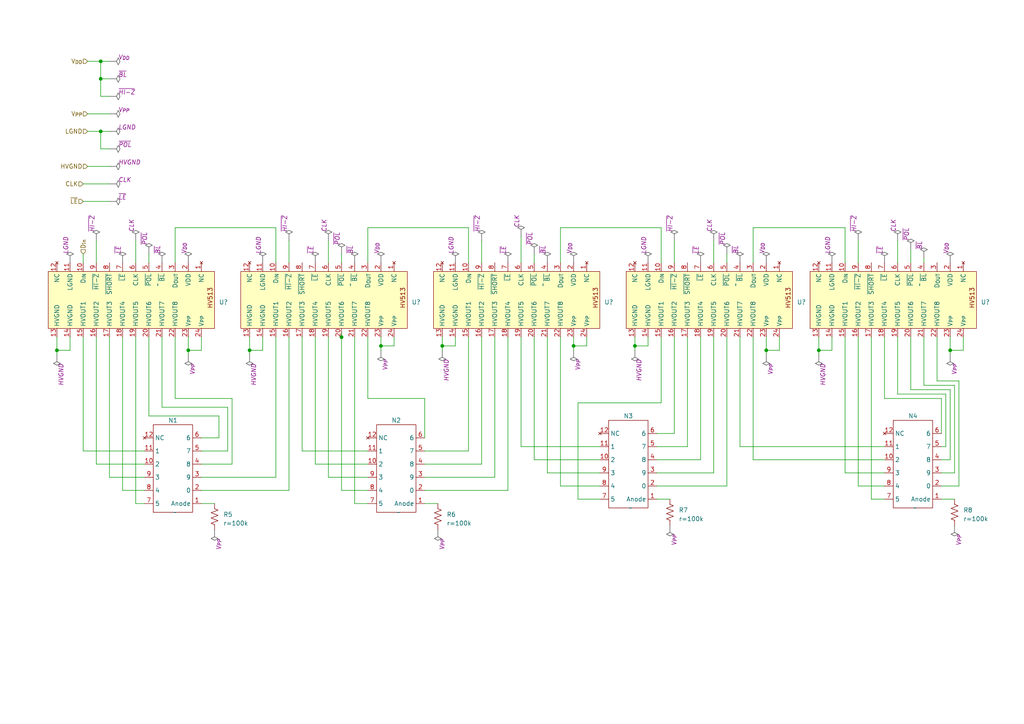
<source format=kicad_sch>
(kicad_sch (version 20230121) (generator eeschema)
  (paper "A4")
  (lib_symbols
    (symbol "Device:R_US" (pin_numbers hide) (pin_names (offset 0))
      (property "Reference" "R" (at 2.54 0 90))
      (property "Value" "R_US" (at -2.54 0 90))
      (symbol "R_US_0_1"
        (polyline (pts (xy 0 -2.286) (xy 0 -2.54)))
        (polyline (pts (xy 0 2.286) (xy 0 2.54)))
        (polyline (pts (xy 0 -0.762) (xy 1.016 -1.143) (xy 0 -1.524) (xy -1.016 -1.905) (xy 0 -2.286)))
        (polyline (pts (xy 0 0.762) (xy 1.016 0.381) (xy 0 0) (xy -1.016 -0.381) (xy 0 -0.762)))
        (polyline (pts (xy 0 2.286) (xy 1.016 1.905) (xy 0 1.524) (xy -1.016 1.143) (xy 0 0.762)))
      )
      (symbol "R_US_1_1"
        (pin passive line (at 0 3.81 270) (length 1.27) (name "~") (number "1"))
        (pin passive line (at 0 -3.81 90) (length 1.27) (name "~") (number "2"))
      )
    )
    (symbol "IC:HV513"
      (property "Reference" "U" (at 0 -25.4 0))
      (symbol "HV513_1_1"
        (rectangle (start -7.62 24.13) (end 8.89 -24.13) (fill (type background)))
        (text "HV513" (at 0 22.86 0) (effects (font (size 1.27 1.27))))
        (pin no_connect line (at -10.16 20.32 0) (length 2.54) (name "NC") (number "1"))
        (pin input line (at -10.16 -13.97 0) (length 2.54) (name "D_{IN}") (number "10"))
        (pin power_in line (at -10.16 -17.78 0) (length 2.54) (name "LGND") (number "11"))
        (pin no_connect line (at -10.16 -21.59 0) (length 2.54) (name "NC") (number "12"))
        (pin power_in line (at 11.43 -21.59 180) (length 2.54) (name "HVGND") (number "13"))
        (pin power_in line (at 11.43 -17.78 180) (length 2.54) (name "HVGND") (number "14"))
        (pin power_out line (at 11.43 -13.97 180) (length 2.54) (name "HVOUT1") (number "15"))
        (pin power_out line (at 11.43 -10.16 180) (length 2.54) (name "HVOUT2") (number "16"))
        (pin power_out line (at 11.43 -6.35 180) (length 2.54) (name "HVOUT3") (number "17"))
        (pin power_out line (at 11.43 -2.54 180) (length 2.54) (name "HVOUT4") (number "18"))
        (pin power_out line (at 11.43 1.27 180) (length 2.54) (name "HVOUT5") (number "19"))
        (pin power_in line (at -10.16 16.51 0) (length 2.54) (name "VDD") (number "2"))
        (pin power_out line (at 11.43 5.08 180) (length 2.54) (name "HVOUT6") (number "20"))
        (pin power_out line (at 11.43 8.89 180) (length 2.54) (name "HVOUT7") (number "21"))
        (pin power_out line (at 11.43 12.7 180) (length 2.54) (name "HVOUT8") (number "22"))
        (pin power_in line (at 11.43 16.51 180) (length 2.54) (name "V_{PP}") (number "23"))
        (pin power_in line (at 11.43 20.32 180) (length 2.54) (name "V_{PP}") (number "24"))
        (pin output line (at -10.16 12.7 0) (length 2.54) (name "D_{OUT}") (number "3"))
        (pin input line (at -10.16 8.89 0) (length 2.54) (name "~{BL}") (number "4"))
        (pin input line (at -10.16 5.08 0) (length 2.54) (name "~{POL}") (number "5"))
        (pin input line (at -10.16 1.27 0) (length 2.54) (name "CLK") (number "6"))
        (pin input line (at -10.16 -2.54 0) (length 2.54) (name "~{LE}") (number "7"))
        (pin output line (at -10.16 -6.35 0) (length 2.54) (name "~{SHORT}") (number "8"))
        (pin input line (at -10.16 -10.16 0) (length 2.54) (name "~{Hi-Z}") (number "9"))
      )
    )
    (symbol "IC:Nixie_IN12-A"
      (property "Reference" "N" (at 0 -12.7 0))
      (symbol "Nixie_IN12-A_0_1"
        (rectangle (start -5.08 11.43) (end 6.35 -13.97))
      )
      (symbol "Nixie_IN12-A_1_1"
        (pin power_in line (at -7.62 8.89 0) (length 2.54) (name "Anode") (number "1"))
        (pin passive line (at 8.89 -2.54 180) (length 2.54) (name "2") (number "10"))
        (pin passive line (at 8.89 -6.35 180) (length 2.54) (name "1") (number "11"))
        (pin no_connect line (at 8.89 -10.16 180) (length 2.54) (name "NC") (number "12"))
        (pin passive line (at -7.62 5.08 0) (length 2.54) (name "0") (number "2"))
        (pin passive line (at -7.62 1.27 0) (length 2.54) (name "9") (number "3"))
        (pin passive line (at -7.62 -2.54 0) (length 2.54) (name "8") (number "4"))
        (pin passive line (at -7.62 -6.35 0) (length 2.54) (name "7") (number "5"))
        (pin passive line (at -7.62 -10.16 0) (length 2.54) (name "6") (number "6"))
        (pin passive line (at 8.89 8.89 180) (length 2.54) (name "5") (number "7"))
        (pin passive line (at 8.89 5.08 180) (length 2.54) (name "4") (number "8"))
        (pin passive line (at 8.89 1.27 180) (length 2.54) (name "3") (number "9"))
      )
    )
  )
  (junction (at 237.49 101.6))
  (junction (at 128.27 100.33))
  (junction (at 166.37 100.33))
  (junction (at 16.51 101.6))
  (junction (at 222.25 101.6))
  (junction (at 29.21 38.1))
  (junction (at 72.39 101.6))
  (junction (at 99.06 97.79))
  (junction (at 29.21 17.78))
  (junction (at 54.61 101.6))
  (junction (at 184.15 100.33))
  (junction (at 29.21 22.86))
  (junction (at 275.59 101.6))
  (junction (at 110.49 100.33))
  (wire (pts (xy 199.39 129.54) (xy 190.5 129.54)))
  (wire (pts (xy 110.49 100.33) (xy 110.49 101.6)))
  (wire (pts (xy 76.2 101.6) (xy 76.2 97.79)))
  (wire (pts (xy 195.58 69.85) (xy 195.58 76.2)))
  (wire (pts (xy 31.75 17.78) (xy 29.21 17.78)))
  (wire (pts (xy 58.42 146.05) (xy 62.23 146.05)))
  (wire (pts (xy 29.21 17.78) (xy 25.4 17.78)))
  (wire (pts (xy 31.75 97.79) (xy 31.75 138.43)))
  (wire (pts (xy 80.01 97.79) (xy 80.01 138.43)))
  (wire (pts (xy 271.78 110.49) (xy 278.13 110.49)))
  (wire (pts (xy 39.37 146.05) (xy 41.91 146.05)))
  (wire (pts (xy 162.56 76.2) (xy 162.56 66.04)))
  (wire (pts (xy 275.59 133.35) (xy 273.05 133.35)))
  (wire (pts (xy 187.96 100.33) (xy 187.96 97.79)))
  (wire (pts (xy 166.37 100.33) (xy 166.37 101.6)))
  (wire (pts (xy 91.44 134.62) (xy 106.68 134.62)))
  (wire (pts (xy 222.25 101.6) (xy 226.06 101.6)))
  (wire (pts (xy 184.15 100.33) (xy 187.96 100.33)))
  (wire (pts (xy 43.18 97.79) (xy 43.18 120.65)))
  (wire (pts (xy 248.92 97.79) (xy 248.92 140.97)))
  (wire (pts (xy 264.16 72.39) (xy 264.16 76.2)))
  (wire (pts (xy 99.06 142.24) (xy 106.68 142.24)))
  (wire (pts (xy 29.21 43.18) (xy 29.21 38.1)))
  (wire (pts (xy 226.06 101.6) (xy 226.06 97.79)))
  (wire (pts (xy 276.86 137.16) (xy 273.05 137.16)))
  (wire (pts (xy 63.5 127) (xy 58.42 127)))
  (wire (pts (xy 135.89 66.04) (xy 135.89 76.2)))
  (wire (pts (xy 110.49 100.33) (xy 114.3 100.33)))
  (wire (pts (xy 139.7 97.79) (xy 139.7 134.62)))
  (wire (pts (xy 147.32 142.24) (xy 123.19 142.24)))
  (wire (pts (xy 184.15 100.33) (xy 184.15 101.6)))
  (wire (pts (xy 241.3 101.6) (xy 241.3 97.79)))
  (wire (pts (xy 275.59 101.6) (xy 279.4 101.6)))
  (wire (pts (xy 167.64 144.78) (xy 173.99 144.78)))
  (wire (pts (xy 106.68 115.57) (xy 123.19 115.57)))
  (wire (pts (xy 218.44 66.04) (xy 245.11 66.04)))
  (wire (pts (xy 50.8 76.2) (xy 50.8 66.04)))
  (wire (pts (xy 264.16 97.79) (xy 264.16 113.03)))
  (wire (pts (xy 237.49 97.79) (xy 237.49 101.6)))
  (wire (pts (xy 46.99 118.11) (xy 46.99 97.79)))
  (wire (pts (xy 245.11 97.79) (xy 245.11 137.16)))
  (wire (pts (xy 66.04 130.81) (xy 58.42 130.81)))
  (wire (pts (xy 237.49 101.6) (xy 237.49 102.87)))
  (wire (pts (xy 260.35 97.79) (xy 260.35 114.3)))
  (wire (pts (xy 80.01 66.04) (xy 80.01 76.2)))
  (wire (pts (xy 27.94 134.62) (xy 41.91 134.62)))
  (wire (pts (xy 63.5 120.65) (xy 63.5 127)))
  (wire (pts (xy 199.39 97.79) (xy 199.39 129.54)))
  (wire (pts (xy 162.56 97.79) (xy 162.56 140.97)))
  (wire (pts (xy 123.19 146.05) (xy 127 146.05)))
  (wire (pts (xy 260.35 69.85) (xy 260.35 76.2)))
  (wire (pts (xy 151.13 129.54) (xy 173.99 129.54)))
  (wire (pts (xy 264.16 113.03) (xy 275.59 113.03)))
  (wire (pts (xy 218.44 97.79) (xy 218.44 133.35)))
  (wire (pts (xy 275.59 97.79) (xy 275.59 101.6)))
  (wire (pts (xy 245.11 137.16) (xy 256.54 137.16)))
  (wire (pts (xy 214.63 129.54) (xy 256.54 129.54)))
  (wire (pts (xy 31.75 38.1) (xy 29.21 38.1)))
  (wire (pts (xy 256.54 115.57) (xy 273.05 115.57)))
  (wire (pts (xy 128.27 100.33) (xy 128.27 101.6)))
  (wire (pts (xy 276.86 111.76) (xy 276.86 137.16)))
  (wire (pts (xy 29.21 27.94) (xy 29.21 22.86)))
  (wire (pts (xy 16.51 101.6) (xy 16.51 102.87)))
  (wire (pts (xy 162.56 140.97) (xy 173.99 140.97)))
  (wire (pts (xy 260.35 114.3) (xy 274.32 114.3)))
  (wire (pts (xy 210.82 97.79) (xy 210.82 140.97)))
  (wire (pts (xy 128.27 100.33) (xy 132.08 100.33)))
  (wire (pts (xy 35.56 142.24) (xy 41.91 142.24)))
  (wire (pts (xy 29.21 38.1) (xy 25.4 38.1)))
  (wire (pts (xy 54.61 97.79) (xy 54.61 101.6)))
  (wire (pts (xy 24.13 130.81) (xy 24.13 97.79)))
  (wire (pts (xy 91.44 97.79) (xy 91.44 134.62)))
  (wire (pts (xy 24.13 73.66) (xy 24.13 76.2)))
  (wire (pts (xy 252.73 97.79) (xy 252.73 144.78)))
  (wire (pts (xy 222.25 97.79) (xy 222.25 101.6)))
  (wire (pts (xy 166.37 100.33) (xy 170.18 100.33)))
  (wire (pts (xy 139.7 69.85) (xy 139.7 76.2)))
  (wire (pts (xy 271.78 97.79) (xy 271.78 110.49)))
  (wire (pts (xy 58.42 101.6) (xy 58.42 97.79)))
  (wire (pts (xy 139.7 134.62) (xy 123.19 134.62)))
  (wire (pts (xy 274.32 114.3) (xy 274.32 129.54)))
  (wire (pts (xy 195.58 97.79) (xy 195.58 125.73)))
  (wire (pts (xy 279.4 97.79) (xy 279.4 101.6)))
  (wire (pts (xy 248.92 140.97) (xy 256.54 140.97)))
  (wire (pts (xy 106.68 76.2) (xy 106.68 66.04)))
  (wire (pts (xy 132.08 100.33) (xy 132.08 97.79)))
  (wire (pts (xy 252.73 144.78) (xy 256.54 144.78)))
  (wire (pts (xy 87.63 97.79) (xy 87.63 130.81)))
  (wire (pts (xy 273.05 144.78) (xy 276.86 144.78)))
  (wire (pts (xy 274.32 129.54) (xy 273.05 129.54)))
  (wire (pts (xy 95.25 138.43) (xy 106.68 138.43)))
  (wire (pts (xy 210.82 73.66) (xy 210.82 76.2)))
  (wire (pts (xy 278.13 140.97) (xy 273.05 140.97)))
  (wire (pts (xy 207.01 69.85) (xy 207.01 76.2)))
  (wire (pts (xy 170.18 100.33) (xy 170.18 97.79)))
  (wire (pts (xy 203.2 97.79) (xy 203.2 133.35)))
  (wire (pts (xy 245.11 66.04) (xy 245.11 76.2)))
  (wire (pts (xy 66.04 118.11) (xy 66.04 130.81)))
  (wire (pts (xy 50.8 97.79) (xy 50.8 115.57)))
  (wire (pts (xy 237.49 101.6) (xy 241.3 101.6)))
  (wire (pts (xy 16.51 101.6) (xy 20.32 101.6)))
  (wire (pts (xy 39.37 97.79) (xy 39.37 146.05)))
  (wire (pts (xy 99.06 96.52) (xy 99.06 97.79)))
  (wire (pts (xy 95.25 97.79) (xy 95.25 138.43)))
  (wire (pts (xy 191.77 97.79) (xy 191.77 116.84)))
  (wire (pts (xy 143.51 138.43) (xy 123.19 138.43)))
  (wire (pts (xy 275.59 113.03) (xy 275.59 133.35)))
  (wire (pts (xy 29.21 22.86) (xy 31.75 22.86)))
  (wire (pts (xy 151.13 97.79) (xy 151.13 129.54)))
  (wire (pts (xy 267.97 97.79) (xy 267.97 111.76)))
  (wire (pts (xy 214.63 97.79) (xy 214.63 129.54)))
  (wire (pts (xy 154.94 73.66) (xy 154.94 76.2)))
  (wire (pts (xy 39.37 69.85) (xy 39.37 76.2)))
  (wire (pts (xy 27.94 97.79) (xy 27.94 134.62)))
  (wire (pts (xy 67.31 115.57) (xy 67.31 134.62)))
  (wire (pts (xy 106.68 97.79) (xy 106.68 115.57)))
  (wire (pts (xy 167.64 116.84) (xy 167.64 144.78)))
  (wire (pts (xy 147.32 97.79) (xy 147.32 142.24)))
  (wire (pts (xy 43.18 120.65) (xy 63.5 120.65)))
  (wire (pts (xy 16.51 97.79) (xy 16.51 101.6)))
  (wire (pts (xy 99.06 97.79) (xy 99.06 142.24)))
  (wire (pts (xy 195.58 125.73) (xy 190.5 125.73)))
  (wire (pts (xy 31.75 138.43) (xy 41.91 138.43)))
  (wire (pts (xy 210.82 140.97) (xy 190.5 140.97)))
  (wire (pts (xy 20.32 101.6) (xy 20.32 97.79)))
  (wire (pts (xy 135.89 97.79) (xy 135.89 130.81)))
  (wire (pts (xy 218.44 133.35) (xy 256.54 133.35)))
  (wire (pts (xy 24.13 53.34) (xy 31.75 53.34)))
  (wire (pts (xy 29.21 27.94) (xy 31.75 27.94)))
  (wire (pts (xy 207.01 97.79) (xy 207.01 137.16)))
  (wire (pts (xy 24.13 58.42) (xy 31.75 58.42)))
  (wire (pts (xy 83.82 69.85) (xy 83.82 76.2)))
  (wire (pts (xy 128.27 97.79) (xy 128.27 100.33)))
  (wire (pts (xy 110.49 97.79) (xy 110.49 100.33)))
  (wire (pts (xy 154.94 133.35) (xy 173.99 133.35)))
  (wire (pts (xy 80.01 138.43) (xy 58.42 138.43)))
  (wire (pts (xy 83.82 142.24) (xy 58.42 142.24)))
  (wire (pts (xy 95.25 69.85) (xy 95.25 76.2)))
  (wire (pts (xy 207.01 137.16) (xy 190.5 137.16)))
  (wire (pts (xy 50.8 66.04) (xy 80.01 66.04)))
  (wire (pts (xy 72.39 101.6) (xy 72.39 102.87)))
  (wire (pts (xy 184.15 97.79) (xy 184.15 100.33)))
  (wire (pts (xy 248.92 69.85) (xy 248.92 76.2)))
  (wire (pts (xy 158.75 137.16) (xy 173.99 137.16)))
  (wire (pts (xy 106.68 66.04) (xy 135.89 66.04)))
  (wire (pts (xy 151.13 68.58) (xy 151.13 76.2)))
  (wire (pts (xy 267.97 74.93) (xy 267.97 76.2)))
  (wire (pts (xy 46.99 118.11) (xy 66.04 118.11)))
  (wire (pts (xy 143.51 97.79) (xy 143.51 138.43)))
  (wire (pts (xy 190.5 144.78) (xy 194.31 144.78)))
  (wire (pts (xy 154.94 97.79) (xy 154.94 133.35)))
  (wire (pts (xy 72.39 97.79) (xy 72.39 101.6)))
  (wire (pts (xy 99.06 73.66) (xy 99.06 76.2)))
  (wire (pts (xy 83.82 97.79) (xy 83.82 142.24)))
  (wire (pts (xy 87.63 130.81) (xy 106.68 130.81)))
  (wire (pts (xy 114.3 100.33) (xy 114.3 97.79)))
  (wire (pts (xy 203.2 133.35) (xy 190.5 133.35)))
  (wire (pts (xy 275.59 101.6) (xy 275.59 102.87)))
  (wire (pts (xy 158.75 97.79) (xy 158.75 137.16)))
  (wire (pts (xy 31.75 43.18) (xy 29.21 43.18)))
  (wire (pts (xy 72.39 101.6) (xy 76.2 101.6)))
  (wire (pts (xy 191.77 116.84) (xy 167.64 116.84)))
  (wire (pts (xy 54.61 101.6) (xy 54.61 102.87)))
  (wire (pts (xy 102.87 97.79) (xy 102.87 146.05)))
  (wire (pts (xy 278.13 110.49) (xy 278.13 140.97)))
  (wire (pts (xy 273.05 115.57) (xy 273.05 125.73)))
  (wire (pts (xy 191.77 66.04) (xy 191.77 76.2)))
  (wire (pts (xy 50.8 115.57) (xy 67.31 115.57)))
  (wire (pts (xy 222.25 101.6) (xy 222.25 102.87)))
  (wire (pts (xy 27.94 69.85) (xy 27.94 76.2)))
  (wire (pts (xy 166.37 97.79) (xy 166.37 100.33)))
  (wire (pts (xy 267.97 111.76) (xy 276.86 111.76)))
  (wire (pts (xy 67.31 134.62) (xy 58.42 134.62)))
  (wire (pts (xy 54.61 101.6) (xy 58.42 101.6)))
  (wire (pts (xy 41.91 130.81) (xy 24.13 130.81)))
  (wire (pts (xy 31.75 33.02) (xy 25.4 33.02)))
  (wire (pts (xy 162.56 66.04) (xy 191.77 66.04)))
  (wire (pts (xy 29.21 17.78) (xy 29.21 22.86)))
  (wire (pts (xy 123.19 115.57) (xy 123.19 127)))
  (wire (pts (xy 102.87 146.05) (xy 106.68 146.05)))
  (wire (pts (xy 218.44 76.2) (xy 218.44 66.04)))
  (wire (pts (xy 135.89 130.81) (xy 123.19 130.81)))
  (wire (pts (xy 31.75 48.26) (xy 25.4 48.26)))
  (wire (pts (xy 256.54 97.79) (xy 256.54 115.57)))
  (wire (pts (xy 43.18 73.66) (xy 43.18 76.2)))
  (wire (pts (xy 35.56 97.79) (xy 35.56 142.24)))
  (hierarchical_label "LGND" (shape input) (at 25.4 38.1 180))
  (hierarchical_label "~{LE}" (shape input) (at 24.13 58.42 180))
  (hierarchical_label "D_{in}" (shape input) (at 24.13 73.66 90))
  (hierarchical_label "HVGND" (shape input) (at 25.4 48.26 180))
  (hierarchical_label "V_{DD}" (shape input) (at 25.4 17.78 180))
  (hierarchical_label "V_{PP}" (shape input) (at 25.4 33.02 180))
  (hierarchical_label "CLK" (shape input) (at 24.13 53.34 180))
  (netclass_flag "" (length 2.54) (shape diamond) (at 31.75 48.26 270) (property "Netclass" "HVGND" (at 34.29 47.0535 0) (effects (font italic) (justify left))))
  (netclass_flag "" (length 2.54) (shape diamond) (at 31.75 17.78 270) (property "Netclass" "V_{DD}" (at 34.29 16.5735 0) (effects (font italic) (justify left))))
  (netclass_flag "" (length 2.54) (shape diamond) (at 241.3 76.2 0) (property "Netclass" "LGND" (at 240.0935 73.66 90) (effects (font italic) (justify left))))
  (netclass_flag "" (length 2.54) (shape diamond) (at 275.59 102.87 180) (property "Netclass" "V_{PP}" (at 276.7965 105.41 90) (effects (font italic) (justify right))))
  (netclass_flag "" (length 2.54) (shape diamond) (at 256.54 76.2 0) (property "Netclass" "~{LE}" (at 255.3335 73.66 90) (effects (font italic) (justify left))))
  (netclass_flag "" (length 2.54) (shape diamond) (at 127 153.67 180) (property "Netclass" "V_{PP}" (at 128.2065 156.21 90) (effects (font italic) (justify right))))
  (netclass_flag "" (length 2.54) (shape diamond) (at 237.49 102.87 180) (property "Netclass" "HVGND" (at 238.6965 105.41 90) (effects (font italic) (justify right))))
  (netclass_flag "" (length 2.54) (shape diamond) (at 20.32 76.2 0) (property "Netclass" "LGND" (at 19.1135 73.66 90) (effects (font italic) (justify left))))
  (netclass_flag "" (length 2.54) (shape diamond) (at 91.44 76.2 0) (property "Netclass" "~{LE}" (at 90.2335 73.66 90) (effects (font italic) (justify left))))
  (netclass_flag "" (length 2.54) (shape diamond) (at 207.01 69.85 0) (property "Netclass" "CLK" (at 205.8035 67.31 90) (effects (font italic) (justify left))))
  (netclass_flag "" (length 2.54) (shape diamond) (at 31.75 22.86 270) (property "Netclass" "~{BL}" (at 34.29 21.6535 0) (effects (font italic) (justify left))))
  (netclass_flag "" (length 2.54) (shape diamond) (at 194.31 152.4 180) (property "Netclass" "V_{PP}" (at 195.5165 154.94 90) (effects (font italic) (justify right))))
  (netclass_flag "" (length 2.54) (shape diamond) (at 187.96 76.2 0) (property "Netclass" "LGND" (at 186.7535 73.66 90) (effects (font italic) (justify left))))
  (netclass_flag "" (length 2.54) (shape diamond) (at 132.08 76.2 0) (property "Netclass" "LGND" (at 130.8735 73.66 90) (effects (font italic) (justify left))))
  (netclass_flag "" (length 2.54) (shape diamond) (at 16.51 102.87 180) (property "Netclass" "HVGND" (at 17.7165 105.41 90) (effects (font italic) (justify right))))
  (netclass_flag "" (length 2.54) (shape diamond) (at 31.75 38.1 270) (property "Netclass" "LGND" (at 34.29 36.8935 0) (effects (font italic) (justify left))))
  (netclass_flag "" (length 2.54) (shape diamond) (at 54.61 102.87 180) (property "Netclass" "V_{PP}" (at 55.8165 105.41 90) (effects (font italic) (justify right))))
  (netclass_flag "" (length 2.54) (shape diamond) (at 214.63 76.2 0) (property "Netclass" "~{BL}" (at 213.4235 73.66 90) (effects (font italic) (justify left))))
  (netclass_flag "" (length 2.54) (shape diamond) (at 27.94 69.85 0) (property "Netclass" "~{HI-Z}" (at 26.7335 67.31 90) (effects (font italic) (justify left))))
  (netclass_flag "" (length 2.54) (shape diamond) (at 166.37 76.2 0) (property "Netclass" "V_{DD}" (at 165.1635 73.66 90) (effects (font italic) (justify left))))
  (netclass_flag "" (length 2.54) (shape diamond) (at 99.06 73.66 0) (property "Netclass" "~{POL}" (at 97.8535 71.12 90) (effects (font italic) (justify left))))
  (netclass_flag "" (length 2.54) (shape diamond) (at 95.25 69.85 0) (property "Netclass" "CLK" (at 94.0435 67.31 90) (effects (font italic) (justify left))))
  (netclass_flag "" (length 2.54) (shape diamond) (at 222.25 76.2 0) (property "Netclass" "V_{DD}" (at 221.0435 73.66 90) (effects (font italic) (justify left))))
  (netclass_flag "" (length 2.54) (shape diamond) (at 46.99 76.2 0) (property "Netclass" "~{BL}" (at 45.7835 73.66 90) (effects (font italic) (justify left))))
  (netclass_flag "" (length 2.54) (shape diamond) (at 222.25 102.87 180) (property "Netclass" "V_{PP}" (at 223.4565 105.41 90) (effects (font italic) (justify right))))
  (netclass_flag "" (length 2.54) (shape diamond) (at 210.82 73.66 0) (property "Netclass" "~{POL}" (at 209.6135 71.12 90) (effects (font italic) (justify left))))
  (netclass_flag "" (length 2.54) (shape diamond) (at 35.56 76.2 0) (property "Netclass" "~{LE}" (at 34.3535 73.66 90) (effects (font italic) (justify left))))
  (netclass_flag "" (length 2.54) (shape diamond) (at 83.82 69.85 0) (property "Netclass" "~{HI-Z}" (at 82.6135 67.31 90) (effects (font italic) (justify left))))
  (netclass_flag "" (length 2.54) (shape diamond) (at 203.2 76.2 0) (property "Netclass" "~{LE}" (at 201.9935 73.66 90) (effects (font italic) (justify left))))
  (netclass_flag "" (length 2.54) (shape diamond) (at 139.7 69.85 0) (property "Netclass" "~{HI-Z}" (at 138.4935 67.31 90) (effects (font italic) (justify left))))
  (netclass_flag "" (length 2.54) (shape diamond) (at 158.75 76.2 0) (property "Netclass" "~{BL}" (at 157.5435 73.66 90) (effects (font italic) (justify left))))
  (netclass_flag "" (length 2.54) (shape diamond) (at 267.97 74.93 0) (property "Netclass" "~{BL}" (at 266.7635 72.39 90) (effects (font italic) (justify left))))
  (netclass_flag "" (length 2.54) (shape diamond) (at 147.32 76.2 0) (property "Netclass" "~{LE}" (at 146.1135 73.66 90) (effects (font italic) (justify left))))
  (netclass_flag "" (length 2.54) (shape diamond) (at 248.92 69.85 0) (property "Netclass" "~{HI-Z}" (at 247.7135 67.31 90) (effects (font italic) (justify left))))
  (netclass_flag "" (length 2.54) (shape diamond) (at 72.39 102.87 180) (property "Netclass" "HVGND" (at 73.5965 105.41 90) (effects (font italic) (justify right))))
  (netclass_flag "" (length 2.54) (shape diamond) (at 260.35 69.85 0) (property "Netclass" "CLK" (at 259.1435 67.31 90) (effects (font italic) (justify left))))
  (netclass_flag "" (length 2.54) (shape diamond) (at 31.75 27.94 270) (property "Netclass" "~{HI-Z}" (at 34.29 26.7335 0) (effects (font italic) (justify left))))
  (netclass_flag "" (length 2.54) (shape diamond) (at 276.86 152.4 180) (property "Netclass" "V_{PP}" (at 278.0665 154.94 90) (effects (font italic) (justify right))))
  (netclass_flag "" (length 2.54) (shape diamond) (at 110.49 101.6 180) (property "Netclass" "V_{PP}" (at 111.6965 104.14 90) (effects (font italic) (justify right))))
  (netclass_flag "" (length 2.54) (shape diamond) (at 31.75 53.34 270) (property "Netclass" "CLK" (at 34.29 52.1335 0) (effects (font italic) (justify left))))
  (netclass_flag "" (length 2.54) (shape diamond) (at 264.16 72.39 0) (property "Netclass" "~{POL}" (at 262.9535 69.85 90) (effects (font italic) (justify left))))
  (netclass_flag "" (length 2.54) (shape diamond) (at 31.75 43.18 270) (property "Netclass" "~{POL}" (at 34.29 41.9735 0) (effects (font italic) (justify left))))
  (netclass_flag "" (length 2.54) (shape diamond) (at 195.58 69.85 0) (property "Netclass" "~{HI-Z}" (at 194.3735 67.31 90) (effects (font italic) (justify left))))
  (netclass_flag "" (length 2.54) (shape diamond) (at 62.23 153.67 180) (property "Netclass" "V_{PP}" (at 63.4365 156.21 90) (effects (font italic) (justify right))))
  (netclass_flag "" (length 2.54) (shape diamond) (at 31.75 33.02 270) (property "Netclass" "V_{PP}" (at 34.29 31.8135 0) (effects (font italic) (justify left))))
  (netclass_flag "" (length 2.54) (shape diamond) (at 102.87 76.2 0) (property "Netclass" "~{BL}" (at 101.6635 73.66 90) (effects (font italic) (justify left))))
  (netclass_flag "" (length 2.54) (shape diamond) (at 43.18 73.66 0) (property "Netclass" "~{POL}" (at 41.9735 71.12 90) (effects (font italic) (justify left))))
  (netclass_flag "" (length 2.54) (shape diamond) (at 151.13 68.58 0) (property "Netclass" "CLK" (at 149.9235 66.04 90) (effects (font italic) (justify left))))
  (netclass_flag "" (length 2.54) (shape diamond) (at 275.59 76.2 0) (property "Netclass" "V_{DD}" (at 274.3835 73.66 90) (effects (font italic) (justify left))))
  (netclass_flag "" (length 2.54) (shape diamond) (at 128.27 101.6 180) (property "Netclass" "HVGND" (at 129.4765 104.14 90) (effects (font italic) (justify right))))
  (netclass_flag "" (length 2.54) (shape diamond) (at 184.15 101.6 180) (property "Netclass" "HVGND" (at 185.3565 104.14 90) (effects (font italic) (justify right))))
  (netclass_flag "" (length 2.54) (shape diamond) (at 154.94 73.66 0) (property "Netclass" "~{POL}" (at 153.7335 71.12 90) (effects (font italic) (justify left))))
  (netclass_flag "" (length 2.54) (shape diamond) (at 166.37 101.6 180) (property "Netclass" "V_{PP}" (at 167.5765 104.14 90) (effects (font italic) (justify right))))
  (netclass_flag "" (length 2.54) (shape diamond) (at 76.2 76.2 0) (property "Netclass" "LGND" (at 74.9935 73.66 90) (effects (font italic) (justify left))))
  (netclass_flag "" (length 2.54) (shape diamond) (at 39.37 69.85 0) (property "Netclass" "CLK" (at 38.1635 67.31 90) (effects (font italic) (justify left))))
  (netclass_flag "" (length 2.54) (shape diamond) (at 31.75 58.42 270) (property "Netclass" "~{LE}" (at 34.29 57.2135 0) (effects (font italic) (justify left))))
  (netclass_flag "" (length 2.54) (shape diamond) (at 54.61 76.2 0) (property "Netclass" "V_{DD}" (at 53.4035 73.66 90) (effects (font italic) (justify left))))
  (netclass_flag "" (length 2.54) (shape diamond) (at 110.49 76.2 0) (property "Netclass" "V_{DD}" (at 109.2835 73.66 90) (effects (font italic) (justify left))))
  (symbol (lib_id "IC:HV513") (at 259.08 86.36 270) (unit 1)
    (property "Reference" "U?" (at 284.48 87.63 90) (effects (justify left)))
    (property "Value" "~" (at 266.7 82.55 0))
    (instances (project "schematic" (path "" (reference "U?") (unit 1)) (path "" (reference "U5") (unit 1))))
  )
  (symbol (lib_id "IC:Nixie_IN12-A") (at 265.43 135.89 180) (unit 1)
    (property "Reference" "N4" (at 264.795 120.65 0))
    (property "Value" "~" (at 265.43 147.32 0))
  )
  (symbol (lib_id "IC:Nixie_IN12-A") (at 115.57 137.16 180) (unit 1)
    (property "Reference" "N2" (at 114.935 121.92 0))
    (property "Value" "~" (at 115.57 148.59 0))
  )
  (symbol (lib_id "IC:Nixie_IN12-A") (at 50.8 137.16 180) (unit 1)
    (property "Reference" "N1" (at 50.165 121.92 0))
    (property "Value" "~" (at 50.8 148.59 0))
  )
  (symbol (lib_id "IC:Nixie_IN12-A") (at 182.88 135.89 180) (unit 1)
    (property "Reference" "N3" (at 182.245 120.65 0))
    (property "Value" "~" (at 182.88 147.32 0))
  )
  (symbol (lib_id "IC:HV513") (at 38.1 86.36 270) (unit 1)
    (property "Reference" "U?" (at 63.5 87.63 90) (effects (justify left)))
    (property "Value" "~" (at 45.72 82.55 0))
    (instances (project "schematic" (path "" (reference "U?") (unit 1)) (path "" (reference "U1") (unit 1))))
  )
  (symbol (lib_id "Device:R_US") (at 62.23 149.86 0) (unit 1)
    (property "Reference" "R5" (at 64.77 149.225 0) (effects (justify left)))
    (property "Value" "${SIM.PARAMS}" (at 64.77 151.765 0) (effects (justify left)))
    (property "Sim.Device" "R" (effects hide))
    (property "Sim.Params" "r=100k" (effects hide))
    (property "Sim.Pins" "1=+ 2=-" (effects hide))
  )
  (symbol (lib_id "Device:R_US") (at 127 149.86 0) (unit 1)
    (property "Reference" "R6" (at 129.54 149.225 0) (effects (justify left)))
    (property "Value" "${SIM.PARAMS}" (at 129.54 151.765 0) (effects (justify left)))
    (property "Sim.Device" "R" (effects hide))
    (property "Sim.Params" "r=100k" (effects hide))
    (property "Sim.Pins" "1=+ 2=-" (effects hide))
  )
  (symbol (lib_id "Device:R_US") (at 194.31 148.59 0) (unit 1)
    (property "Reference" "R7" (at 196.85 147.955 0) (effects (justify left)))
    (property "Value" "${SIM.PARAMS}" (at 196.85 150.495 0) (effects (justify left)))
    (property "Sim.Device" "R" (effects hide))
    (property "Sim.Params" "r=100k" (effects hide))
    (property "Sim.Pins" "1=+ 2=-" (effects hide))
  )
  (symbol (lib_id "IC:HV513") (at 149.86 86.36 270) (unit 1)
    (property "Reference" "U?" (at 175.26 87.63 90) (effects (justify left)))
    (property "Value" "~" (at 157.48 82.55 0))
    (instances (project "schematic" (path "" (reference "U?") (unit 1)) (path "" (reference "U3") (unit 1))))
  )
  (symbol (lib_id "IC:HV513") (at 93.98 86.36 270) (unit 1)
    (property "Reference" "U?" (at 119.38 87.63 90) (effects (justify left)))
    (property "Value" "~" (at 101.6 82.55 0))
    (instances (project "schematic" (path "" (reference "U?") (unit 1)) (path "" (reference "U2") (unit 1))))
  )
  (symbol (lib_id "Device:R_US") (at 276.86 148.59 0) (unit 1)
    (property "Reference" "R8" (at 279.4 147.955 0) (effects (justify left)))
    (property "Value" "${SIM.PARAMS}" (at 279.4 150.495 0) (effects (justify left)))
    (property "Sim.Device" "R" (effects hide))
    (property "Sim.Params" "r=100k" (effects hide))
    (property "Sim.Pins" "1=+ 2=-" (effects hide))
  )
  (symbol (lib_id "IC:HV513") (at 205.74 86.36 270) (unit 1)
    (property "Reference" "U?" (at 231.14 87.63 90) (effects (justify left)))
    (property "Value" "~" (at 213.36 82.55 0))
    (instances (project "schematic" (path "" (reference "U?") (unit 1)) (path "" (reference "U4") (unit 1))))
  )
)
</source>
